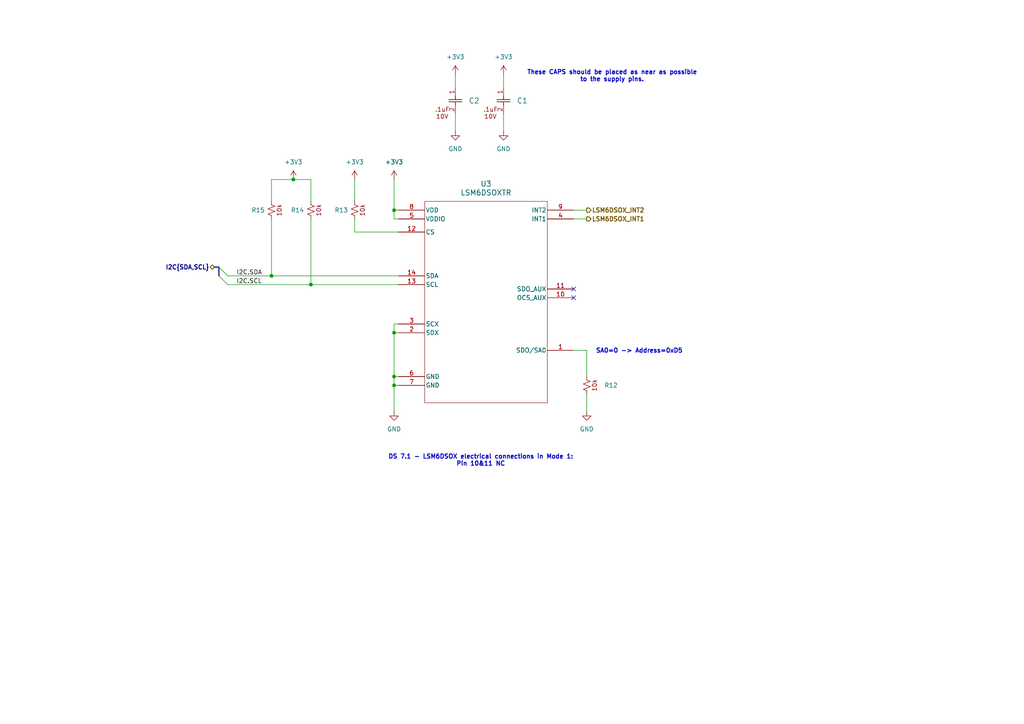
<source format=kicad_sch>
(kicad_sch (version 20250114) (generator "eeschema") (generator_version "9.0")
  (paper "A4")
  (lib_symbols
    (symbol "Hourglass_symbol_library:CC0402KRX7R6BB104" (pin_names (offset 0.254))
      (property "Reference" "C" (at 0 3.81 0))
      (property "Value" "CC0402KRX7R6BB104" (at 0.254 -7.112 0))
      (symbol "CC0402KRX7R6BB104_1_1"
        (polyline (pts (xy -1.27 0) (xy -0.3302 0)) (stroke (width 0.2032)))
        (polyline (pts (xy -0.3302 -1.905) (xy -0.3302 1.905)) (stroke (width 0.2032)))
        (polyline (pts (xy 0.3048 0) (xy 1.27 0)) (stroke (width 0.2032)))
        (polyline (pts (xy 0.3048 -1.905) (xy 0.3048 1.905)) (stroke (width 0.2032)))
        (text ".1uF\n10V\n" (at 3.556 -3.81 900) (effects (font (size 1.27 1.27))))
        (pin unspecified line (at -3.81 0 0) (length 2.54) (name "") (number "1"))
        (pin unspecified line (at 3.81 0 180) (length 2.54) (name "") (number "2"))
      )
      (symbol "CC0402KRX7R6BB104_1_2"
        (polyline (pts (xy -1.905 -3.4798) (xy 1.905 -3.4798)) (stroke (width 0.2032)))
        (polyline (pts (xy -1.905 -4.1148) (xy 1.905 -4.1148)) (stroke (width 0.2032)))
        (polyline (pts (xy 0 -2.54) (xy 0 -3.4798)) (stroke (width 0.2032)))
        (polyline (pts (xy 0 -4.1148) (xy 0 -5.08)) (stroke (width 0.2032)))
        (pin unspecified line (at 0 0 270) (length 2.54) (name "") (number "1"))
        (pin unspecified line (at 0 -7.62 90) (length 2.54) (name "") (number "2"))
      )
    )
    (symbol "Hourglass_symbol_library:LSM6DSOXTR" (pin_names (offset 0.254))
      (property "Reference" "U" (at 0 33.02 0))
      (property "Value" "LSM6DSOXTR" (at 0 30.48 0))
      (symbol "LSM6DSOXTR_0_1"
        (polyline (pts (xy -17.78 27.94) (xy -17.78 -30.48)) (stroke (width 0.127)))
        (polyline (pts (xy -17.78 -30.48) (xy 17.78 -30.48)) (stroke (width 0.127)))
        (polyline (pts (xy 17.78 27.94) (xy -17.78 27.94)) (stroke (width 0.127)))
        (polyline (pts (xy 17.78 -30.48) (xy 17.78 27.94)) (stroke (width 0.127)))
        (pin power_in line (at -25.4 25.4 0) (length 7.62) (name "VDD") (number "8"))
        (pin power_in line (at -25.4 22.86 0) (length 7.62) (name "VDDIO") (number "5"))
        (pin unspecified line (at -25.4 19.05 0) (length 7.62) (name "CS") (number "12"))
        (pin input line (at -25.4 6.35 0) (length 7.62) (name "SDA") (number "14"))
        (pin unspecified line (at -25.4 3.81 0) (length 7.62) (name "SCL") (number "13"))
        (pin bidirectional line (at -25.4 -7.62 0) (length 7.62) (name "SCX") (number "3"))
        (pin bidirectional line (at -25.4 -10.16 0) (length 7.62) (name "SDX") (number "2"))
        (pin power_out line (at -25.4 -22.86 0) (length 7.62) (name "GND") (number "6"))
        (pin power_out line (at -25.4 -25.4 0) (length 7.62) (name "GND") (number "7"))
        (pin input line (at 25.4 25.4 180) (length 7.62) (name "INT2") (number "9"))
        (pin input line (at 25.4 22.86 180) (length 7.62) (name "INT1") (number "4"))
        (pin unspecified line (at 25.4 2.54 180) (length 7.62) (name "SDO_AUX") (number "11"))
        (pin unspecified line (at 25.4 0 180) (length 7.62) (name "OCS_AUX") (number "10"))
        (pin output line (at 25.4 -15.24 180) (length 7.62) (name "SDO/SA0") (number "1"))
      )
    )
    (symbol "Hourglass_symbol_library:RMCF0805FT10K0"
      (property "Reference" "R" (at 0 1.778 0))
      (property "Value" "RMCF0805FT10K0" (at 0 4.064 0))
      (symbol "RMCF0805FT10K0_1_1"
        (polyline (pts (xy -1.524 0) (xy -1.143 1.016) (xy -0.762 0) (xy -0.381 -1.016) (xy 0 0)))
        (polyline (pts (xy 0 0) (xy 0.381 1.016) (xy 0.762 0) (xy 1.143 -1.016) (xy 1.524 0)))
        (text "10k" (at 0 -2.286 0) (effects (font (size 1.27 1.27))))
        (pin passive line (at -2.54 0 0) (length 1.016) (name "~") (number ""))
        (pin passive line (at 2.54 0 180) (length 1.016) (name "~") (number ""))
      )
    )
    (symbol "RMCF0805FT10K0_1"
      (property "Reference" "R" (at 0 1.778 0))
      (property "Value" "RMCF0805FT10K0" (at 0 4.064 0))
      (symbol "RMCF0805FT10K0_1_1_1"
        (polyline (pts (xy -1.524 0) (xy -1.143 1.016) (xy -0.762 0) (xy -0.381 -1.016) (xy 0 0)))
        (polyline (pts (xy 0 0) (xy 0.381 1.016) (xy 0.762 0) (xy 1.143 -1.016) (xy 1.524 0)))
        (text "10k" (at 0 -2.286 0) (effects (font (size 1.27 1.27))))
        (pin passive line (at -2.54 0 0) (length 1.016) (name "~") (number ""))
        (pin passive line (at 2.54 0 180) (length 1.016) (name "~") (number ""))
      )
    )
    (symbol "RMCF0805FT10K0_2"
      (property "Reference" "R" (at 0 1.778 0))
      (property "Value" "RMCF0805FT10K0" (at 0 4.064 0))
      (symbol "RMCF0805FT10K0_2_1_1"
        (polyline (pts (xy -1.524 0) (xy -1.143 1.016) (xy -0.762 0) (xy -0.381 -1.016) (xy 0 0)))
        (polyline (pts (xy 0 0) (xy 0.381 1.016) (xy 0.762 0) (xy 1.143 -1.016) (xy 1.524 0)))
        (text "10k" (at 0 -2.286 0) (effects (font (size 1.27 1.27))))
        (pin passive line (at -2.54 0 0) (length 1.016) (name "~") (number ""))
        (pin passive line (at 2.54 0 180) (length 1.016) (name "~") (number ""))
      )
    )
    (symbol "RMCF0805FT10K0_3"
      (property "Reference" "R" (at 0 1.778 0))
      (property "Value" "RMCF0805FT10K0" (at 0 4.064 0))
      (symbol "RMCF0805FT10K0_3_1_1"
        (polyline (pts (xy -1.524 0) (xy -1.143 1.016) (xy -0.762 0) (xy -0.381 -1.016) (xy 0 0)))
        (polyline (pts (xy 0 0) (xy 0.381 1.016) (xy 0.762 0) (xy 1.143 -1.016) (xy 1.524 0)))
        (text "10k" (at 0 -2.286 0) (effects (font (size 1.27 1.27))))
        (pin passive line (at -2.54 0 0) (length 1.016) (name "~") (number ""))
        (pin passive line (at 2.54 0 180) (length 1.016) (name "~") (number ""))
      )
    )
    (symbol "power:+3V3" (power) (pin_numbers (hide yes)) (pin_names (offset 0) (hide yes))
      (property "Value" "+3V3" (at 0 3.556 0))
      (symbol "+3V3_0_1"
        (polyline (pts (xy -0.762 1.27) (xy 0 2.54)))
        (polyline (pts (xy 0 2.54) (xy 0.762 1.27)))
        (polyline (pts (xy 0 0) (xy 0 2.54)))
      )
      (symbol "+3V3_1_1"
        (pin power_in line (at 0 0 90) (length 0) (name "~") (number "1"))
      )
    )
    (symbol "power:GND" (power) (pin_numbers (hide yes)) (pin_names (offset 0) (hide yes))
      (property "Value" "GND" (at 0 -3.81 0))
      (symbol "GND_0_1"
        (polyline (pts (xy 0 0) (xy 0 -1.27) (xy 1.27 -1.27) (xy 0 -2.54) (xy -1.27 -1.27) (xy 0 -1.27)))
      )
      (symbol "GND_1_1"
        (pin power_in line (at 0 0 270) (length 0) (name "~") (number "1"))
      )
    )
  )
  (text "DS 7.1 - LSM6DSOX electrical connections in Mode 1:\nPin 10&11 NC\n" (exclude_from_sim yes) (at 139.446 133.604 0) (effects (font (size 1.27 1.27) (thickness 0.254) (bold yes))))
  (text "SA0=0 -> Address=0xD5" (exclude_from_sim yes) (at 185.42 101.854 0) (effects (font (size 1.27 1.27) (thickness 0.254) (bold yes))))
  (text "These CAPS should be placed as near as possible\nto the supply pins.\n" (exclude_from_sim yes) (at 177.546 22.098 0) (effects (font (size 1.27 1.27) (thickness 0.254) (bold yes))))
  (junction (at 78.74 80.01))
  (junction (at 90.17 82.55))
  (junction (at 114.3 96.52))
  (junction (at 114.3 60.96))
  (junction (at 85.09 52.07))
  (junction (at 114.3 109.22))
  (junction (at 114.3 111.76))
  (no_connect (at 166.37 86.36))
  (no_connect (at 166.37 83.82))
  (bus_entry (at 63.5 77.47) (size 2.54 2.54))
  (bus_entry (at 63.5 80.01) (size 2.54 2.54))
  (wire (pts (xy 170.18 114.3) (xy 170.18 119.38)))
  (wire (pts (xy 90.17 58.42) (xy 90.17 52.07)))
  (wire (pts (xy 85.09 52.07) (xy 90.17 52.07)))
  (wire (pts (xy 114.3 63.5) (xy 114.3 60.96)))
  (wire (pts (xy 66.04 82.55) (xy 90.17 82.55)))
  (bus (pts (xy 63.5 77.47) (xy 63.5 80.01)))
  (wire (pts (xy 102.87 52.07) (xy 102.87 58.42)))
  (wire (pts (xy 166.37 63.5) (xy 170.18 63.5)))
  (wire (pts (xy 78.74 80.01) (xy 115.57 80.01)))
  (wire (pts (xy 114.3 111.76) (xy 114.3 119.38)))
  (wire (pts (xy 146.05 33.02) (xy 146.05 38.1)))
  (wire (pts (xy 170.18 101.6) (xy 166.37 101.6)))
  (wire (pts (xy 78.74 63.5) (xy 78.74 80.01)))
  (wire (pts (xy 170.18 109.22) (xy 170.18 101.6)))
  (wire (pts (xy 78.74 52.07) (xy 85.09 52.07)))
  (wire (pts (xy 114.3 109.22) (xy 114.3 111.76)))
  (wire (pts (xy 66.04 80.01) (xy 78.74 80.01)))
  (wire (pts (xy 132.08 33.02) (xy 132.08 38.1)))
  (wire (pts (xy 146.05 21.59) (xy 146.05 25.4)))
  (wire (pts (xy 115.57 111.76) (xy 114.3 111.76)))
  (wire (pts (xy 115.57 60.96) (xy 114.3 60.96)))
  (wire (pts (xy 115.57 109.22) (xy 114.3 109.22)))
  (wire (pts (xy 114.3 52.07) (xy 114.3 60.96)))
  (wire (pts (xy 78.74 58.42) (xy 78.74 52.07)))
  (wire (pts (xy 115.57 63.5) (xy 114.3 63.5)))
  (wire (pts (xy 114.3 96.52) (xy 114.3 109.22)))
  (bus (pts (xy 62.23 77.47) (xy 63.5 77.47)))
  (wire (pts (xy 90.17 82.55) (xy 115.57 82.55)))
  (wire (pts (xy 132.08 21.59) (xy 132.08 25.4)))
  (wire (pts (xy 115.57 93.98) (xy 114.3 93.98)))
  (wire (pts (xy 170.18 60.96) (xy 166.37 60.96)))
  (wire (pts (xy 90.17 63.5) (xy 90.17 82.55)))
  (wire (pts (xy 102.87 67.31) (xy 115.57 67.31)))
  (wire (pts (xy 114.3 93.98) (xy 114.3 96.52)))
  (wire (pts (xy 115.57 96.52) (xy 114.3 96.52)))
  (wire (pts (xy 102.87 67.31) (xy 102.87 63.5)))
  (label "I2C.SDA" (at 68.58 80.01 0))
  (label "I2C.SCL" (at 68.58 82.55 0))
  (hierarchical_label "LSM6DSOX_INT2" (shape output) (at 170.18 60.96 0) (effects (font (thickness 0.254) (bold yes))))
  (hierarchical_label "I2C{SDA,SCL}" (shape bidirectional) (at 62.23 77.47 180) (effects (font (thickness 0.254) (bold yes))))
  (hierarchical_label "LSM6DSOX_INT1" (shape output) (at 170.18 63.5 0) (effects (font (thickness 0.254) (bold yes))))
  (symbol (lib_id "power:+3V3") (at 85.09 52.07 0) (unit 1)
    (property "Reference" "#PWR26" (effects (hide yes)))
    (property "Value" "+3V3" (at 85.09 46.99 0))
    (property "Description" "Power symbol creates a global label with name \"+3V3\"" (effects (hide yes)))
  )
  (symbol (lib_name "RMCF0805FT10K0_3") (lib_id "Hourglass_symbol_library:RMCF0805FT10K0") (at 90.17 60.96 90) (unit 1)
    (property "Reference" "R14" (at 84.328 60.9598 90) (effects (justify right)))
    (property "Value" "RMCF0805FT10K0" (effects (hide yes)))
    (property "Footprint" "Hourglass_footprint_library:RMCF0805FT10K0" (effects (hide yes)))
    (property "Datasheet" "https://www.seielect.com/catalog/sei-rmcf_rmcp.pdf" (effects (hide yes)))
    (property "Description" "RES 10K OHM 1% 1/8W 0805" (effects (hide yes)))
  )
  (symbol (lib_id "power:+3V3") (at 102.87 52.07 0) (unit 1)
    (property "Reference" "#PWR28" (effects (hide yes)))
    (property "Value" "+3V3" (at 102.87 46.99 0))
    (property "Description" "Power symbol creates a global label with name \"+3V3\"" (effects (hide yes)))
  )
  (symbol (lib_id "power:GND") (at 146.05 38.1 0) (unit 1)
    (property "Reference" "#PWR031" (effects (hide yes)))
    (property "Value" "GND" (at 146.05 43.18 0))
    (property "Description" "Power symbol creates a global label with name \"GND\" , ground" (effects (hide yes)))
  )
  (symbol (lib_id "power:+3V3") (at 114.3 52.07 0) (unit 1)
    (property "Reference" "#PWR24" (effects (hide yes)))
    (property "Value" "+3V3" (at 114.3 46.99 0))
    (property "Description" "Power symbol creates a global label with name \"+3V3\"" (effects (hide yes)))
  )
  (symbol (lib_id "Hourglass_symbol_library:RMCF0805FT10K0") (at 102.87 60.96 90) (unit 1)
    (property "Reference" "R13" (at 97.028 60.9598 90) (effects (justify right)))
    (property "Value" "RMCF0805FT10K0" (effects (hide yes)))
    (property "Footprint" "Hourglass_footprint_library:RMCF0805FT10K0" (effects (hide yes)))
    (property "Datasheet" "https://www.seielect.com/catalog/sei-rmcf_rmcp.pdf" (effects (hide yes)))
    (property "Description" "RES 10K OHM 1% 1/8W 0805" (effects (hide yes)))
  )
  (symbol (lib_id "Hourglass_symbol_library:CC0402KRX7R6BB104") (at 146.05 29.21 270) (unit 1)
    (property "Reference" "C1" (at 149.86 29.2099 90) (effects (font (size 1.524 1.524)) (justify left)))
    (property "Value" "CC0402KRX7R6BB104" (effects (hide yes)))
    (property "Footprint" "Hourglass_footprint_library:YAG_CC0402_YAG" (effects (hide yes)))
    (property "Datasheet" "https://www.yageo.com/upload/media/product/productsearch/datasheet/mlcc/UPY-GPHC_X7R_6.3V-to-250V_24.pdf" (effects (hide yes)))
    (property "Description" "CAP CER 0.1UF 10V X7R 0402" (effects (hide yes)))
  )
  (symbol (lib_id "power:+3V3") (at 146.05 21.59 0) (unit 1)
    (property "Reference" "#PWR029" (effects (hide yes)))
    (property "Value" "+3V3" (at 146.05 16.51 0))
    (property "Description" "Power symbol creates a global label with name \"+3V3\"" (effects (hide yes)))
  )
  (symbol (lib_id "power:GND") (at 132.08 38.1 0) (unit 1)
    (property "Reference" "#PWR030" (effects (hide yes)))
    (property "Value" "GND" (at 132.08 43.18 0))
    (property "Description" "Power symbol creates a global label with name \"GND\" , ground" (effects (hide yes)))
  )
  (symbol (lib_id "power:+3V3") (at 132.08 21.59 0) (unit 1)
    (property "Reference" "#PWR027" (effects (hide yes)))
    (property "Value" "+3V3" (at 132.08 16.51 0))
    (property "Description" "Power symbol creates a global label with name \"+3V3\"" (effects (hide yes)))
  )
  (symbol (lib_id "Hourglass_symbol_library:CC0402KRX7R6BB104") (at 132.08 29.21 270) (unit 1)
    (property "Reference" "C2" (at 135.89 29.2099 90) (effects (font (size 1.524 1.524)) (justify left)))
    (property "Value" "CC0402KRX7R6BB104" (effects (hide yes)))
    (property "Footprint" "Hourglass_footprint_library:YAG_CC0402_YAG" (effects (hide yes)))
    (property "Datasheet" "https://www.yageo.com/upload/media/product/productsearch/datasheet/mlcc/UPY-GPHC_X7R_6.3V-to-250V_24.pdf" (effects (hide yes)))
    (property "Description" "CAP CER 0.1UF 10V X7R 0402" (effects (hide yes)))
  )
  (symbol (lib_id "power:GND") (at 170.18 119.38 0) (unit 1)
    (property "Reference" "#PWR25" (effects (hide yes)))
    (property "Value" "GND" (at 170.18 124.46 0))
    (property "Description" "Power symbol creates a global label with name \"GND\" , ground" (effects (hide yes)))
  )
  (symbol (lib_id "Hourglass_symbol_library:LSM6DSOXTR") (at 140.97 86.36 0) (unit 1)
    (property "Reference" "U3" (at 140.97 53.34 0) (effects (font (size 1.524 1.524))))
    (property "Value" "LSM6DSOXTR" (at 140.97 55.88 0) (effects (font (size 1.524 1.524))))
    (property "Footprint" "Hourglass_footprint_library:LSM6DSOX" (effects (hide yes)))
    (property "Datasheet" "LSM6DSOXTR" (effects (hide yes)))
    (property "Description" "6-axis IMU (inertial measurement unit) with embedded AI: always-on 3-axis accelerometer and 3-axis gyroscope" (effects (hide yes)))
  )
  (symbol (lib_id "power:GND") (at 114.3 119.38 0) (unit 1)
    (property "Reference" "#PWR2" (effects (hide yes)))
    (property "Value" "GND" (at 114.3 124.46 0))
    (property "Description" "Power symbol creates a global label with name \"GND\" , ground" (effects (hide yes)))
  )
  (symbol (lib_name "RMCF0805FT10K0_1") (lib_id "Hourglass_symbol_library:RMCF0805FT10K0") (at 78.74 60.96 90) (unit 1)
    (property "Reference" "R15" (at 72.898 60.9598 90) (effects (justify right)))
    (property "Value" "RMCF0805FT10K0" (effects (hide yes)))
    (property "Footprint" "Hourglass_footprint_library:RMCF0805FT10K0" (effects (hide yes)))
    (property "Datasheet" "https://www.seielect.com/catalog/sei-rmcf_rmcp.pdf" (effects (hide yes)))
    (property "Description" "RES 10K OHM 1% 1/8W 0805" (effects (hide yes)))
  )
  (symbol (lib_name "RMCF0805FT10K0_2") (lib_id "Hourglass_symbol_library:RMCF0805FT10K0") (at 170.18 111.76 90) (unit 1)
    (property "Reference" "R12" (at 175.26 111.7598 90) (effects (justify right)))
    (property "Value" "RMCF0805FT10K0" (effects (hide yes)))
    (property "Footprint" "Hourglass_footprint_library:RMCF0805FT10K0" (effects (hide yes)))
    (property "Datasheet" "https://www.seielect.com/catalog/sei-rmcf_rmcp.pdf" (effects (hide yes)))
    (property "Description" "RES 10K OHM 1% 1/8W 0805" (effects (hide yes)))
  )
)
</source>
